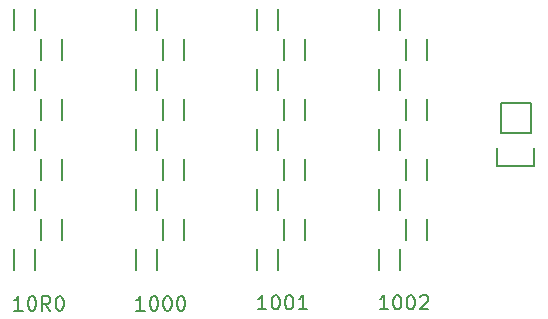
<source format=gto>
G04 #@! TF.FileFunction,Legend,Top*
%FSLAX46Y46*%
G04 Gerber Fmt 4.6, Leading zero omitted, Abs format (unit mm)*
G04 Created by KiCad (PCBNEW (2016-10-28 revision 192d4b8)-makepkg) date 11/16/16 20:27:21*
%MOMM*%
%LPD*%
G01*
G04 APERTURE LIST*
%ADD10C,0.150000*%
%ADD11R,1.600000X1.000000*%
%ADD12O,2.000000X2.000000*%
%ADD13R,2.000000X2.000000*%
%ADD14R,2.032000X2.032000*%
%ADD15O,2.032000X2.032000*%
G04 APERTURE END LIST*
D10*
X37878571Y-31092855D02*
X37192857Y-31092855D01*
X37535714Y-31092855D02*
X37535714Y-29892855D01*
X37421428Y-30064283D01*
X37307142Y-30178569D01*
X37192857Y-30235712D01*
X38621428Y-29892855D02*
X38735714Y-29892855D01*
X38850000Y-29949998D01*
X38907142Y-30007140D01*
X38964285Y-30121426D01*
X39021428Y-30349998D01*
X39021428Y-30635712D01*
X38964285Y-30864283D01*
X38907142Y-30978569D01*
X38850000Y-31035712D01*
X38735714Y-31092855D01*
X38621428Y-31092855D01*
X38507142Y-31035712D01*
X38450000Y-30978569D01*
X38392857Y-30864283D01*
X38335714Y-30635712D01*
X38335714Y-30349998D01*
X38392857Y-30121426D01*
X38450000Y-30007140D01*
X38507142Y-29949998D01*
X38621428Y-29892855D01*
X39764285Y-29892855D02*
X39878571Y-29892855D01*
X39992857Y-29949998D01*
X40050000Y-30007140D01*
X40107142Y-30121426D01*
X40164285Y-30349998D01*
X40164285Y-30635712D01*
X40107142Y-30864283D01*
X40050000Y-30978569D01*
X39992857Y-31035712D01*
X39878571Y-31092855D01*
X39764285Y-31092855D01*
X39650000Y-31035712D01*
X39592857Y-30978569D01*
X39535714Y-30864283D01*
X39478571Y-30635712D01*
X39478571Y-30349998D01*
X39535714Y-30121426D01*
X39592857Y-30007140D01*
X39650000Y-29949998D01*
X39764285Y-29892855D01*
X40621428Y-30007140D02*
X40678571Y-29949998D01*
X40792857Y-29892855D01*
X41078571Y-29892855D01*
X41192857Y-29949998D01*
X41250000Y-30007140D01*
X41307142Y-30121426D01*
X41307142Y-30235712D01*
X41250000Y-30407140D01*
X40564285Y-31092855D01*
X41307142Y-31092855D01*
X27578571Y-31092855D02*
X26892857Y-31092855D01*
X27235714Y-31092855D02*
X27235714Y-29892855D01*
X27121428Y-30064283D01*
X27007142Y-30178569D01*
X26892857Y-30235712D01*
X28321428Y-29892855D02*
X28435714Y-29892855D01*
X28550000Y-29949998D01*
X28607142Y-30007140D01*
X28664285Y-30121426D01*
X28721428Y-30349998D01*
X28721428Y-30635712D01*
X28664285Y-30864283D01*
X28607142Y-30978569D01*
X28550000Y-31035712D01*
X28435714Y-31092855D01*
X28321428Y-31092855D01*
X28207142Y-31035712D01*
X28150000Y-30978569D01*
X28092857Y-30864283D01*
X28035714Y-30635712D01*
X28035714Y-30349998D01*
X28092857Y-30121426D01*
X28150000Y-30007140D01*
X28207142Y-29949998D01*
X28321428Y-29892855D01*
X29464285Y-29892855D02*
X29578571Y-29892855D01*
X29692857Y-29949998D01*
X29750000Y-30007140D01*
X29807142Y-30121426D01*
X29864285Y-30349998D01*
X29864285Y-30635712D01*
X29807142Y-30864283D01*
X29750000Y-30978569D01*
X29692857Y-31035712D01*
X29578571Y-31092855D01*
X29464285Y-31092855D01*
X29350000Y-31035712D01*
X29292857Y-30978569D01*
X29235714Y-30864283D01*
X29178571Y-30635712D01*
X29178571Y-30349998D01*
X29235714Y-30121426D01*
X29292857Y-30007140D01*
X29350000Y-29949998D01*
X29464285Y-29892855D01*
X31007142Y-31092855D02*
X30321428Y-31092855D01*
X30664285Y-31092855D02*
X30664285Y-29892855D01*
X30550000Y-30064283D01*
X30435714Y-30178569D01*
X30321428Y-30235712D01*
X17278571Y-31192855D02*
X16592857Y-31192855D01*
X16935714Y-31192855D02*
X16935714Y-29992855D01*
X16821428Y-30164283D01*
X16707142Y-30278569D01*
X16592857Y-30335712D01*
X18021428Y-29992855D02*
X18135714Y-29992855D01*
X18250000Y-30049998D01*
X18307142Y-30107140D01*
X18364285Y-30221426D01*
X18421428Y-30449998D01*
X18421428Y-30735712D01*
X18364285Y-30964283D01*
X18307142Y-31078569D01*
X18250000Y-31135712D01*
X18135714Y-31192855D01*
X18021428Y-31192855D01*
X17907142Y-31135712D01*
X17850000Y-31078569D01*
X17792857Y-30964283D01*
X17735714Y-30735712D01*
X17735714Y-30449998D01*
X17792857Y-30221426D01*
X17850000Y-30107140D01*
X17907142Y-30049998D01*
X18021428Y-29992855D01*
X19164285Y-29992855D02*
X19278571Y-29992855D01*
X19392857Y-30049998D01*
X19450000Y-30107140D01*
X19507142Y-30221426D01*
X19564285Y-30449998D01*
X19564285Y-30735712D01*
X19507142Y-30964283D01*
X19450000Y-31078569D01*
X19392857Y-31135712D01*
X19278571Y-31192855D01*
X19164285Y-31192855D01*
X19050000Y-31135712D01*
X18992857Y-31078569D01*
X18935714Y-30964283D01*
X18878571Y-30735712D01*
X18878571Y-30449998D01*
X18935714Y-30221426D01*
X18992857Y-30107140D01*
X19050000Y-30049998D01*
X19164285Y-29992855D01*
X20307142Y-29992855D02*
X20421428Y-29992855D01*
X20535714Y-30049998D01*
X20592857Y-30107140D01*
X20650000Y-30221426D01*
X20707142Y-30449998D01*
X20707142Y-30735712D01*
X20650000Y-30964283D01*
X20592857Y-31078569D01*
X20535714Y-31135712D01*
X20421428Y-31192855D01*
X20307142Y-31192855D01*
X20192857Y-31135712D01*
X20135714Y-31078569D01*
X20078571Y-30964283D01*
X20021428Y-30735712D01*
X20021428Y-30449998D01*
X20078571Y-30221426D01*
X20135714Y-30107140D01*
X20192857Y-30049998D01*
X20307142Y-29992855D01*
X6950000Y-31192855D02*
X6264285Y-31192855D01*
X6607142Y-31192855D02*
X6607142Y-29992855D01*
X6492857Y-30164283D01*
X6378571Y-30278569D01*
X6264285Y-30335712D01*
X7692857Y-29992855D02*
X7807142Y-29992855D01*
X7921428Y-30049998D01*
X7978571Y-30107140D01*
X8035714Y-30221426D01*
X8092857Y-30449998D01*
X8092857Y-30735712D01*
X8035714Y-30964283D01*
X7978571Y-31078569D01*
X7921428Y-31135712D01*
X7807142Y-31192855D01*
X7692857Y-31192855D01*
X7578571Y-31135712D01*
X7521428Y-31078569D01*
X7464285Y-30964283D01*
X7407142Y-30735712D01*
X7407142Y-30449998D01*
X7464285Y-30221426D01*
X7521428Y-30107140D01*
X7578571Y-30049998D01*
X7692857Y-29992855D01*
X9292857Y-31192855D02*
X8892857Y-30621426D01*
X8607142Y-31192855D02*
X8607142Y-29992855D01*
X9064285Y-29992855D01*
X9178571Y-30049998D01*
X9235714Y-30107140D01*
X9292857Y-30221426D01*
X9292857Y-30392855D01*
X9235714Y-30507140D01*
X9178571Y-30564283D01*
X9064285Y-30621426D01*
X8607142Y-30621426D01*
X10035714Y-29992855D02*
X10150000Y-29992855D01*
X10264285Y-30049998D01*
X10321428Y-30107140D01*
X10378571Y-30221426D01*
X10435714Y-30449998D01*
X10435714Y-30735712D01*
X10378571Y-30964283D01*
X10321428Y-31078569D01*
X10264285Y-31135712D01*
X10150000Y-31192855D01*
X10035714Y-31192855D01*
X9921428Y-31135712D01*
X9864285Y-31078569D01*
X9807142Y-30964283D01*
X9750000Y-30735712D01*
X9750000Y-30449998D01*
X9807142Y-30221426D01*
X9864285Y-30107140D01*
X9921428Y-30049998D01*
X10035714Y-29992855D01*
X16515944Y-12508675D02*
X16515944Y-10708675D01*
X18315944Y-12508675D02*
X18315944Y-10708675D01*
X8020944Y-27748675D02*
X8020944Y-25948675D01*
X6220944Y-27748675D02*
X6220944Y-25948675D01*
X39391944Y-20128675D02*
X39391944Y-18328675D01*
X41191944Y-20128675D02*
X41191944Y-18328675D01*
X38905944Y-22668675D02*
X38905944Y-20868675D01*
X37105944Y-22668675D02*
X37105944Y-20868675D01*
X41191944Y-25208675D02*
X41191944Y-23408675D01*
X39391944Y-25208675D02*
X39391944Y-23408675D01*
X37105944Y-27748675D02*
X37105944Y-25948675D01*
X38905944Y-27748675D02*
X38905944Y-25948675D01*
X39391944Y-9968675D02*
X39391944Y-8168675D01*
X41191944Y-9968675D02*
X41191944Y-8168675D01*
X38905944Y-12508675D02*
X38905944Y-10708675D01*
X37105944Y-12508675D02*
X37105944Y-10708675D01*
X41191944Y-15048675D02*
X41191944Y-13248675D01*
X39391944Y-15048675D02*
X39391944Y-13248675D01*
X37105944Y-17588675D02*
X37105944Y-15788675D01*
X38905944Y-17588675D02*
X38905944Y-15788675D01*
X37105944Y-7428675D02*
X37105944Y-5628675D01*
X38905944Y-7428675D02*
X38905944Y-5628675D01*
X30896944Y-20128675D02*
X30896944Y-18328675D01*
X29096944Y-20128675D02*
X29096944Y-18328675D01*
X26810944Y-22668675D02*
X26810944Y-20868675D01*
X28610944Y-22668675D02*
X28610944Y-20868675D01*
X29096944Y-25208675D02*
X29096944Y-23408675D01*
X30896944Y-25208675D02*
X30896944Y-23408675D01*
X28610944Y-27748675D02*
X28610944Y-25948675D01*
X26810944Y-27748675D02*
X26810944Y-25948675D01*
X30896944Y-9968675D02*
X30896944Y-8168675D01*
X29096944Y-9968675D02*
X29096944Y-8168675D01*
X26810944Y-12508675D02*
X26810944Y-10708675D01*
X28610944Y-12508675D02*
X28610944Y-10708675D01*
X29096944Y-15048675D02*
X29096944Y-13248675D01*
X30896944Y-15048675D02*
X30896944Y-13248675D01*
X28610944Y-17588675D02*
X28610944Y-15788675D01*
X26810944Y-17588675D02*
X26810944Y-15788675D01*
X28610944Y-7428675D02*
X28610944Y-5628675D01*
X26810944Y-7428675D02*
X26810944Y-5628675D01*
X20601944Y-20128675D02*
X20601944Y-18328675D01*
X18801944Y-20128675D02*
X18801944Y-18328675D01*
X16515944Y-22668675D02*
X16515944Y-20868675D01*
X18315944Y-22668675D02*
X18315944Y-20868675D01*
X18801944Y-25208675D02*
X18801944Y-23408675D01*
X20601944Y-25208675D02*
X20601944Y-23408675D01*
X18315944Y-27748675D02*
X18315944Y-25948675D01*
X16515944Y-27748675D02*
X16515944Y-25948675D01*
X20601944Y-9968675D02*
X20601944Y-8168675D01*
X18801944Y-9968675D02*
X18801944Y-8168675D01*
X18801944Y-15048675D02*
X18801944Y-13248675D01*
X20601944Y-15048675D02*
X20601944Y-13248675D01*
X18315944Y-17588675D02*
X18315944Y-15788675D01*
X16515944Y-17588675D02*
X16515944Y-15788675D01*
X18315944Y-7428675D02*
X18315944Y-5628675D01*
X16515944Y-7428675D02*
X16515944Y-5628675D01*
X10306944Y-9968675D02*
X10306944Y-8168675D01*
X8506944Y-9968675D02*
X8506944Y-8168675D01*
X8506944Y-15048675D02*
X8506944Y-13248675D01*
X10306944Y-15048675D02*
X10306944Y-13248675D01*
X10306944Y-20128675D02*
X10306944Y-18328675D01*
X8506944Y-20128675D02*
X8506944Y-18328675D01*
X8506944Y-25208675D02*
X8506944Y-23408675D01*
X10306944Y-25208675D02*
X10306944Y-23408675D01*
X8020944Y-7428675D02*
X8020944Y-5628675D01*
X6220944Y-7428675D02*
X6220944Y-5628675D01*
X6220944Y-12508675D02*
X6220944Y-10708675D01*
X8020944Y-12508675D02*
X8020944Y-10708675D01*
X8020944Y-17588675D02*
X8020944Y-15788675D01*
X6220944Y-17588675D02*
X6220944Y-15788675D01*
X6220944Y-22668675D02*
X6220944Y-20868675D01*
X8020944Y-22668675D02*
X8020944Y-20868675D01*
X49960000Y-13590000D02*
X47420000Y-13590000D01*
X49960000Y-16130000D02*
X49960000Y-13590000D01*
X50240000Y-18950000D02*
X47140000Y-18950000D01*
X50240000Y-17400000D02*
X50240000Y-18950000D01*
X47420000Y-16130000D02*
X49960000Y-16130000D01*
X47140000Y-18950000D02*
X47140000Y-17400000D01*
X47420000Y-16130000D02*
X47420000Y-13590000D01*
%LPC*%
D11*
X17415944Y-9908675D03*
X17415944Y-13308675D03*
X7120944Y-28548675D03*
X7120944Y-25148675D03*
D12*
X33028944Y-28142675D03*
X35568944Y-28142675D03*
X33028944Y-25602675D03*
X35568944Y-25602675D03*
X33028944Y-23062675D03*
X35568944Y-23062675D03*
X33028944Y-20522675D03*
X35568944Y-20522675D03*
X33028944Y-17982675D03*
X35568944Y-17982675D03*
X33028944Y-15442675D03*
X35568944Y-15442675D03*
X33028944Y-12902675D03*
X35568944Y-12902675D03*
X33028944Y-10362675D03*
X35568944Y-10362675D03*
X33028944Y-7822675D03*
X35568944Y-7822675D03*
X33028944Y-5282675D03*
D13*
X35568944Y-5282675D03*
D11*
X40291944Y-17528675D03*
X40291944Y-20928675D03*
X38005944Y-23468675D03*
X38005944Y-20068675D03*
X40291944Y-26008675D03*
X40291944Y-22608675D03*
X38005944Y-25148675D03*
X38005944Y-28548675D03*
X40291944Y-7368675D03*
X40291944Y-10768675D03*
X38005944Y-13308675D03*
X38005944Y-9908675D03*
X40291944Y-15848675D03*
X40291944Y-12448675D03*
X38005944Y-14988675D03*
X38005944Y-18388675D03*
X38005944Y-4828675D03*
X38005944Y-8228675D03*
D13*
X25273944Y-5282675D03*
D12*
X22733944Y-5282675D03*
X25273944Y-7822675D03*
X22733944Y-7822675D03*
X25273944Y-10362675D03*
X22733944Y-10362675D03*
X25273944Y-12902675D03*
X22733944Y-12902675D03*
X25273944Y-15442675D03*
X22733944Y-15442675D03*
X25273944Y-17982675D03*
X22733944Y-17982675D03*
X25273944Y-20522675D03*
X22733944Y-20522675D03*
X25273944Y-23062675D03*
X22733944Y-23062675D03*
X25273944Y-25602675D03*
X22733944Y-25602675D03*
X25273944Y-28142675D03*
X22733944Y-28142675D03*
D11*
X29996944Y-20928675D03*
X29996944Y-17528675D03*
X27710944Y-20068675D03*
X27710944Y-23468675D03*
X29996944Y-22608675D03*
X29996944Y-26008675D03*
X27710944Y-28548675D03*
X27710944Y-25148675D03*
X29996944Y-10768675D03*
X29996944Y-7368675D03*
X27710944Y-9908675D03*
X27710944Y-13308675D03*
X29996944Y-12448675D03*
X29996944Y-15848675D03*
X27710944Y-18388675D03*
X27710944Y-14988675D03*
X27710944Y-8228675D03*
X27710944Y-4828675D03*
D13*
X14978944Y-5282675D03*
D12*
X12438944Y-5282675D03*
X14978944Y-7822675D03*
X12438944Y-7822675D03*
X14978944Y-10362675D03*
X12438944Y-10362675D03*
X14978944Y-12902675D03*
X12438944Y-12902675D03*
X14978944Y-15442675D03*
X12438944Y-15442675D03*
X14978944Y-17982675D03*
X12438944Y-17982675D03*
X14978944Y-20522675D03*
X12438944Y-20522675D03*
X14978944Y-23062675D03*
X12438944Y-23062675D03*
X14978944Y-25602675D03*
X12438944Y-25602675D03*
X14978944Y-28142675D03*
X12438944Y-28142675D03*
D11*
X19701944Y-20928675D03*
X19701944Y-17528675D03*
X17415944Y-20068675D03*
X17415944Y-23468675D03*
X19701944Y-22608675D03*
X19701944Y-26008675D03*
X17415944Y-28548675D03*
X17415944Y-25148675D03*
X19701944Y-10768675D03*
X19701944Y-7368675D03*
X19701944Y-12448675D03*
X19701944Y-15848675D03*
X17415944Y-18388675D03*
X17415944Y-14988675D03*
X17415944Y-8228675D03*
X17415944Y-4828675D03*
X9406944Y-10768675D03*
X9406944Y-7368675D03*
X9406944Y-12448675D03*
X9406944Y-15848675D03*
X9406944Y-20928675D03*
X9406944Y-17528675D03*
X9406944Y-22608675D03*
X9406944Y-26008675D03*
X7120944Y-8228675D03*
X7120944Y-4828675D03*
X7120944Y-9908675D03*
X7120944Y-13308675D03*
X7120944Y-18388675D03*
X7120944Y-14988675D03*
X7120944Y-20068675D03*
X7120944Y-23468675D03*
D13*
X4683944Y-5282675D03*
D12*
X2143944Y-5282675D03*
X4683944Y-7822675D03*
X2143944Y-7822675D03*
X4683944Y-10362675D03*
X2143944Y-10362675D03*
X4683944Y-12902675D03*
X2143944Y-12902675D03*
X4683944Y-15442675D03*
X2143944Y-15442675D03*
X4683944Y-17982675D03*
X2143944Y-17982675D03*
X4683944Y-20522675D03*
X2143944Y-20522675D03*
X4683944Y-23062675D03*
X2143944Y-23062675D03*
X4683944Y-25602675D03*
X2143944Y-25602675D03*
X4683944Y-28142675D03*
X2143944Y-28142675D03*
D14*
X42500000Y-17389998D03*
D15*
X42500000Y-14849998D03*
X45780000Y-14860000D03*
D14*
X45780000Y-17400000D03*
X48690000Y-17400000D03*
D15*
X48690000Y-14860000D03*
M02*

</source>
